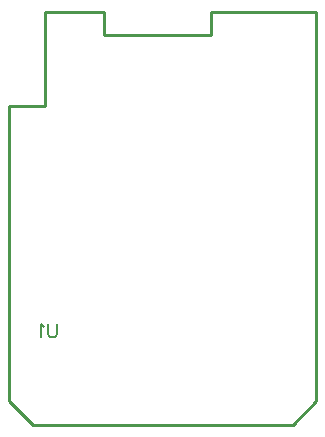
<source format=gbo>
G04 Layer: BottomSilkLayer*
G04 EasyEDA v6.4.7, 2020-12-07T12:31:00+11:00*
G04 abd5dd9122e84a36b54d064553817704,febe97c2bcdd4f57a3b586bf34626918,10*
G04 Gerber Generator version 0.2*
G04 Scale: 100 percent, Rotated: No, Reflected: No *
G04 Dimensions in millimeters *
G04 leading zeros omitted , absolute positions ,3 integer and 3 decimal *
%FSLAX33Y33*%
%MOMM*%
G90*
D02*

%ADD10C,0.254000*%
%ADD46C,0.152400*%

%LPD*%
G54D10*
G01X27329Y-3968D02*
G01X29328Y-5968D01*
G01X51329Y-5968D01*
G01X53329Y-3968D01*
G01X53329Y29032D01*
G01X44397Y29032D01*
G01X44397Y27032D01*
G01X35329Y27032D01*
G01X35329Y29032D01*
G01X30328Y29032D01*
G01X30328Y21032D01*
G01X27329Y21032D01*
G01X27329Y-3968D01*
G54D46*
G01X31369Y2550D02*
G01X31369Y1770D01*
G01X31318Y1615D01*
G01X31214Y1511D01*
G01X31056Y1460D01*
G01X30952Y1460D01*
G01X30797Y1511D01*
G01X30693Y1615D01*
G01X30642Y1770D01*
G01X30642Y2550D01*
G01X30299Y2341D02*
G01X30195Y2395D01*
G01X30038Y2550D01*
G01X30038Y1460D01*
M00*
M02*

</source>
